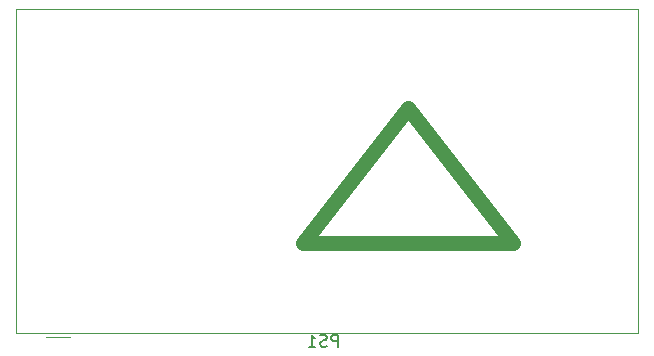
<source format=gbr>
%TF.GenerationSoftware,KiCad,Pcbnew,(6.0.0)*%
%TF.CreationDate,2022-03-17T14:10:33-06:00*%
%TF.ProjectId,main-board,6d61696e-2d62-46f6-9172-642e6b696361,rev?*%
%TF.SameCoordinates,Original*%
%TF.FileFunction,Legend,Bot*%
%TF.FilePolarity,Positive*%
%FSLAX46Y46*%
G04 Gerber Fmt 4.6, Leading zero omitted, Abs format (unit mm)*
G04 Created by KiCad (PCBNEW (6.0.0)) date 2022-03-17 14:10:33*
%MOMM*%
%LPD*%
G01*
G04 APERTURE LIST*
%ADD10C,0.150000*%
%ADD11C,0.120000*%
%ADD12C,1.270000*%
G04 APERTURE END LIST*
D10*
%TO.C,PS1*%
X104034285Y-78602380D02*
X104034285Y-77602380D01*
X103653333Y-77602380D01*
X103558095Y-77650000D01*
X103510476Y-77697619D01*
X103462857Y-77792857D01*
X103462857Y-77935714D01*
X103510476Y-78030952D01*
X103558095Y-78078571D01*
X103653333Y-78126190D01*
X104034285Y-78126190D01*
X103081904Y-78554761D02*
X102939047Y-78602380D01*
X102700952Y-78602380D01*
X102605714Y-78554761D01*
X102558095Y-78507142D01*
X102510476Y-78411904D01*
X102510476Y-78316666D01*
X102558095Y-78221428D01*
X102605714Y-78173809D01*
X102700952Y-78126190D01*
X102891428Y-78078571D01*
X102986666Y-78030952D01*
X103034285Y-77983333D01*
X103081904Y-77888095D01*
X103081904Y-77792857D01*
X103034285Y-77697619D01*
X102986666Y-77650000D01*
X102891428Y-77602380D01*
X102653333Y-77602380D01*
X102510476Y-77650000D01*
X101558095Y-78602380D02*
X102129523Y-78602380D01*
X101843809Y-78602380D02*
X101843809Y-77602380D01*
X101939047Y-77745238D01*
X102034285Y-77840476D01*
X102129523Y-77888095D01*
D11*
X76800000Y-77470000D02*
X129440000Y-77470000D01*
X81320000Y-77800000D02*
X79320000Y-77800000D01*
X129440000Y-77470000D02*
X129440000Y-50030000D01*
X76800000Y-77470000D02*
X76800000Y-50030000D01*
X76800000Y-50030000D02*
X129440000Y-50030000D01*
D12*
%TO.C,REF\u002A\u002A*%
X101092000Y-69850000D02*
X118872000Y-69850000D01*
X118872000Y-69850000D02*
X109982000Y-58420000D01*
X109982000Y-58420000D02*
X101092000Y-69850000D01*
%TD*%
M02*

</source>
